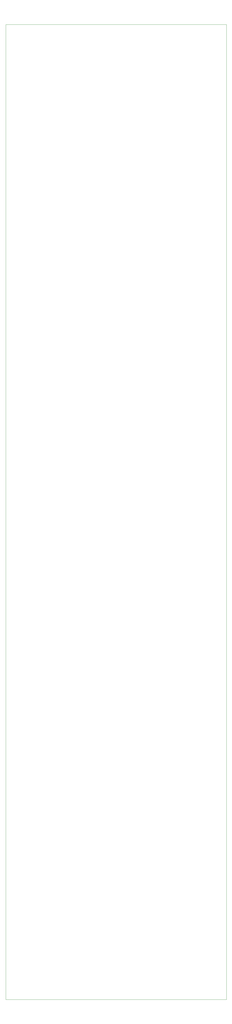
<source format=gbr>
%FSLAX33Y33*%
%MOMM*%
G04 EasyPC Gerber Version 16.0.6 Build 3249 *
%ADD10C,0.12000*%
X0Y0D02*
D02*
D10*
X10001Y10008D02*
X94001D01*
Y380808*
X10001*
Y10008*
X0Y0D02*
M02*

</source>
